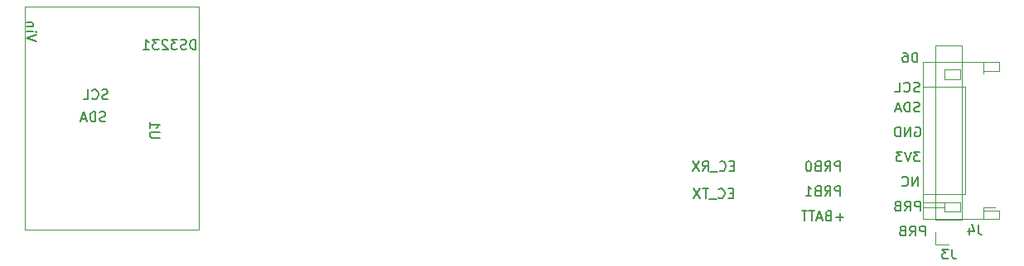
<source format=gbr>
%TF.GenerationSoftware,KiCad,Pcbnew,6.0.0-rc1-unknown-5bf9bd3ebb~144~ubuntu20.04.1*%
%TF.CreationDate,2021-12-20T20:37:33+08:00*%
%TF.ProjectId,kicad-openctd,6b696361-642d-46f7-9065-6e6374642e6b,rev?*%
%TF.SameCoordinates,Original*%
%TF.FileFunction,Legend,Bot*%
%TF.FilePolarity,Positive*%
%FSLAX46Y46*%
G04 Gerber Fmt 4.6, Leading zero omitted, Abs format (unit mm)*
G04 Created by KiCad (PCBNEW 6.0.0-rc1-unknown-5bf9bd3ebb~144~ubuntu20.04.1) date 2021-12-20 20:37:33*
%MOMM*%
%LPD*%
G01*
G04 APERTURE LIST*
%ADD10C,0.150000*%
%ADD11C,0.120000*%
G04 APERTURE END LIST*
D10*
X175688380Y-100250571D02*
X175355047Y-100250571D01*
X175212190Y-100774380D02*
X175688380Y-100774380D01*
X175688380Y-99774380D01*
X175212190Y-99774380D01*
X174212190Y-100679142D02*
X174259809Y-100726761D01*
X174402666Y-100774380D01*
X174497904Y-100774380D01*
X174640761Y-100726761D01*
X174736000Y-100631523D01*
X174783619Y-100536285D01*
X174831238Y-100345809D01*
X174831238Y-100202952D01*
X174783619Y-100012476D01*
X174736000Y-99917238D01*
X174640761Y-99822000D01*
X174497904Y-99774380D01*
X174402666Y-99774380D01*
X174259809Y-99822000D01*
X174212190Y-99869619D01*
X174021714Y-100869619D02*
X173259809Y-100869619D01*
X173164571Y-99774380D02*
X172593142Y-99774380D01*
X172878857Y-100774380D02*
X172878857Y-99774380D01*
X172355047Y-99774380D02*
X171688380Y-100774380D01*
X171688380Y-99774380D02*
X172355047Y-100774380D01*
X111546285Y-92868761D02*
X111403428Y-92916380D01*
X111165333Y-92916380D01*
X111070095Y-92868761D01*
X111022476Y-92821142D01*
X110974857Y-92725904D01*
X110974857Y-92630666D01*
X111022476Y-92535428D01*
X111070095Y-92487809D01*
X111165333Y-92440190D01*
X111355809Y-92392571D01*
X111451047Y-92344952D01*
X111498666Y-92297333D01*
X111546285Y-92202095D01*
X111546285Y-92106857D01*
X111498666Y-92011619D01*
X111451047Y-91964000D01*
X111355809Y-91916380D01*
X111117714Y-91916380D01*
X110974857Y-91964000D01*
X110546285Y-92916380D02*
X110546285Y-91916380D01*
X110308190Y-91916380D01*
X110165333Y-91964000D01*
X110070095Y-92059238D01*
X110022476Y-92154476D01*
X109974857Y-92344952D01*
X109974857Y-92487809D01*
X110022476Y-92678285D01*
X110070095Y-92773523D01*
X110165333Y-92868761D01*
X110308190Y-92916380D01*
X110546285Y-92916380D01*
X109593904Y-92630666D02*
X109117714Y-92630666D01*
X109689142Y-92916380D02*
X109355809Y-91916380D01*
X109022476Y-92916380D01*
X194809904Y-102076380D02*
X194809904Y-101076380D01*
X194428952Y-101076380D01*
X194333714Y-101124000D01*
X194286095Y-101171619D01*
X194238476Y-101266857D01*
X194238476Y-101409714D01*
X194286095Y-101504952D01*
X194333714Y-101552571D01*
X194428952Y-101600190D01*
X194809904Y-101600190D01*
X193238476Y-102076380D02*
X193571809Y-101600190D01*
X193809904Y-102076380D02*
X193809904Y-101076380D01*
X193428952Y-101076380D01*
X193333714Y-101124000D01*
X193286095Y-101171619D01*
X193238476Y-101266857D01*
X193238476Y-101409714D01*
X193286095Y-101504952D01*
X193333714Y-101552571D01*
X193428952Y-101600190D01*
X193809904Y-101600190D01*
X192476571Y-101552571D02*
X192333714Y-101600190D01*
X192286095Y-101647809D01*
X192238476Y-101743047D01*
X192238476Y-101885904D01*
X192286095Y-101981142D01*
X192333714Y-102028761D01*
X192428952Y-102076380D01*
X192809904Y-102076380D01*
X192809904Y-101076380D01*
X192476571Y-101076380D01*
X192381333Y-101124000D01*
X192333714Y-101171619D01*
X192286095Y-101266857D01*
X192286095Y-101362095D01*
X192333714Y-101457333D01*
X192381333Y-101504952D01*
X192476571Y-101552571D01*
X192809904Y-101552571D01*
X194786095Y-95996380D02*
X194167047Y-95996380D01*
X194500380Y-96377333D01*
X194357523Y-96377333D01*
X194262285Y-96424952D01*
X194214666Y-96472571D01*
X194167047Y-96567809D01*
X194167047Y-96805904D01*
X194214666Y-96901142D01*
X194262285Y-96948761D01*
X194357523Y-96996380D01*
X194643238Y-96996380D01*
X194738476Y-96948761D01*
X194786095Y-96901142D01*
X193881333Y-95996380D02*
X193548000Y-96996380D01*
X193214666Y-95996380D01*
X192976571Y-95996380D02*
X192357523Y-95996380D01*
X192690857Y-96377333D01*
X192548000Y-96377333D01*
X192452761Y-96424952D01*
X192405142Y-96472571D01*
X192357523Y-96567809D01*
X192357523Y-96805904D01*
X192405142Y-96901142D01*
X192452761Y-96948761D01*
X192548000Y-96996380D01*
X192833714Y-96996380D01*
X192928952Y-96948761D01*
X192976571Y-96901142D01*
X175807428Y-97456571D02*
X175474095Y-97456571D01*
X175331238Y-97980380D02*
X175807428Y-97980380D01*
X175807428Y-96980380D01*
X175331238Y-96980380D01*
X174331238Y-97885142D02*
X174378857Y-97932761D01*
X174521714Y-97980380D01*
X174616952Y-97980380D01*
X174759809Y-97932761D01*
X174855047Y-97837523D01*
X174902666Y-97742285D01*
X174950285Y-97551809D01*
X174950285Y-97408952D01*
X174902666Y-97218476D01*
X174855047Y-97123238D01*
X174759809Y-97028000D01*
X174616952Y-96980380D01*
X174521714Y-96980380D01*
X174378857Y-97028000D01*
X174331238Y-97075619D01*
X174140761Y-98075619D02*
X173378857Y-98075619D01*
X172569333Y-97980380D02*
X172902666Y-97504190D01*
X173140761Y-97980380D02*
X173140761Y-96980380D01*
X172759809Y-96980380D01*
X172664571Y-97028000D01*
X172616952Y-97075619D01*
X172569333Y-97170857D01*
X172569333Y-97313714D01*
X172616952Y-97408952D01*
X172664571Y-97456571D01*
X172759809Y-97504190D01*
X173140761Y-97504190D01*
X172236000Y-96980380D02*
X171569333Y-97980380D01*
X171569333Y-96980380D02*
X172236000Y-97980380D01*
X194762285Y-91868761D02*
X194619428Y-91916380D01*
X194381333Y-91916380D01*
X194286095Y-91868761D01*
X194238476Y-91821142D01*
X194190857Y-91725904D01*
X194190857Y-91630666D01*
X194238476Y-91535428D01*
X194286095Y-91487809D01*
X194381333Y-91440190D01*
X194571809Y-91392571D01*
X194667047Y-91344952D01*
X194714666Y-91297333D01*
X194762285Y-91202095D01*
X194762285Y-91106857D01*
X194714666Y-91011619D01*
X194667047Y-90964000D01*
X194571809Y-90916380D01*
X194333714Y-90916380D01*
X194190857Y-90964000D01*
X193762285Y-91916380D02*
X193762285Y-90916380D01*
X193524190Y-90916380D01*
X193381333Y-90964000D01*
X193286095Y-91059238D01*
X193238476Y-91154476D01*
X193190857Y-91344952D01*
X193190857Y-91487809D01*
X193238476Y-91678285D01*
X193286095Y-91773523D01*
X193381333Y-91868761D01*
X193524190Y-91916380D01*
X193762285Y-91916380D01*
X192809904Y-91630666D02*
X192333714Y-91630666D01*
X192905142Y-91916380D02*
X192571809Y-90916380D01*
X192238476Y-91916380D01*
X194309904Y-93504000D02*
X194405142Y-93456380D01*
X194548000Y-93456380D01*
X194690857Y-93504000D01*
X194786095Y-93599238D01*
X194833714Y-93694476D01*
X194881333Y-93884952D01*
X194881333Y-94027809D01*
X194833714Y-94218285D01*
X194786095Y-94313523D01*
X194690857Y-94408761D01*
X194548000Y-94456380D01*
X194452761Y-94456380D01*
X194309904Y-94408761D01*
X194262285Y-94361142D01*
X194262285Y-94027809D01*
X194452761Y-94027809D01*
X193833714Y-94456380D02*
X193833714Y-93456380D01*
X193262285Y-94456380D01*
X193262285Y-93456380D01*
X192786095Y-94456380D02*
X192786095Y-93456380D01*
X192548000Y-93456380D01*
X192405142Y-93504000D01*
X192309904Y-93599238D01*
X192262285Y-93694476D01*
X192214666Y-93884952D01*
X192214666Y-94027809D01*
X192262285Y-94218285D01*
X192309904Y-94313523D01*
X192405142Y-94408761D01*
X192548000Y-94456380D01*
X192786095Y-94456380D01*
X194540095Y-86836380D02*
X194540095Y-85836380D01*
X194302000Y-85836380D01*
X194159142Y-85884000D01*
X194063904Y-85979238D01*
X194016285Y-86074476D01*
X193968666Y-86264952D01*
X193968666Y-86407809D01*
X194016285Y-86598285D01*
X194063904Y-86693523D01*
X194159142Y-86788761D01*
X194302000Y-86836380D01*
X194540095Y-86836380D01*
X193111523Y-85836380D02*
X193302000Y-85836380D01*
X193397238Y-85884000D01*
X193444857Y-85931619D01*
X193540095Y-86074476D01*
X193587714Y-86264952D01*
X193587714Y-86645904D01*
X193540095Y-86741142D01*
X193492476Y-86788761D01*
X193397238Y-86836380D01*
X193206761Y-86836380D01*
X193111523Y-86788761D01*
X193063904Y-86741142D01*
X193016285Y-86645904D01*
X193016285Y-86407809D01*
X193063904Y-86312571D01*
X193111523Y-86264952D01*
X193206761Y-86217333D01*
X193397238Y-86217333D01*
X193492476Y-86264952D01*
X193540095Y-86312571D01*
X193587714Y-86407809D01*
X186650095Y-97980380D02*
X186650095Y-96980380D01*
X186269142Y-96980380D01*
X186173904Y-97028000D01*
X186126285Y-97075619D01*
X186078666Y-97170857D01*
X186078666Y-97313714D01*
X186126285Y-97408952D01*
X186173904Y-97456571D01*
X186269142Y-97504190D01*
X186650095Y-97504190D01*
X185078666Y-97980380D02*
X185412000Y-97504190D01*
X185650095Y-97980380D02*
X185650095Y-96980380D01*
X185269142Y-96980380D01*
X185173904Y-97028000D01*
X185126285Y-97075619D01*
X185078666Y-97170857D01*
X185078666Y-97313714D01*
X185126285Y-97408952D01*
X185173904Y-97456571D01*
X185269142Y-97504190D01*
X185650095Y-97504190D01*
X184316761Y-97456571D02*
X184173904Y-97504190D01*
X184126285Y-97551809D01*
X184078666Y-97647047D01*
X184078666Y-97789904D01*
X184126285Y-97885142D01*
X184173904Y-97932761D01*
X184269142Y-97980380D01*
X184650095Y-97980380D01*
X184650095Y-96980380D01*
X184316761Y-96980380D01*
X184221523Y-97028000D01*
X184173904Y-97075619D01*
X184126285Y-97170857D01*
X184126285Y-97266095D01*
X184173904Y-97361333D01*
X184221523Y-97408952D01*
X184316761Y-97456571D01*
X184650095Y-97456571D01*
X183459619Y-96980380D02*
X183364380Y-96980380D01*
X183269142Y-97028000D01*
X183221523Y-97075619D01*
X183173904Y-97170857D01*
X183126285Y-97361333D01*
X183126285Y-97599428D01*
X183173904Y-97789904D01*
X183221523Y-97885142D01*
X183269142Y-97932761D01*
X183364380Y-97980380D01*
X183459619Y-97980380D01*
X183554857Y-97932761D01*
X183602476Y-97885142D01*
X183650095Y-97789904D01*
X183697714Y-97599428D01*
X183697714Y-97361333D01*
X183650095Y-97170857D01*
X183602476Y-97075619D01*
X183554857Y-97028000D01*
X183459619Y-96980380D01*
X195317904Y-104616380D02*
X195317904Y-103616380D01*
X194936952Y-103616380D01*
X194841714Y-103664000D01*
X194794095Y-103711619D01*
X194746476Y-103806857D01*
X194746476Y-103949714D01*
X194794095Y-104044952D01*
X194841714Y-104092571D01*
X194936952Y-104140190D01*
X195317904Y-104140190D01*
X193746476Y-104616380D02*
X194079809Y-104140190D01*
X194317904Y-104616380D02*
X194317904Y-103616380D01*
X193936952Y-103616380D01*
X193841714Y-103664000D01*
X193794095Y-103711619D01*
X193746476Y-103806857D01*
X193746476Y-103949714D01*
X193794095Y-104044952D01*
X193841714Y-104092571D01*
X193936952Y-104140190D01*
X194317904Y-104140190D01*
X192984571Y-104092571D02*
X192841714Y-104140190D01*
X192794095Y-104187809D01*
X192746476Y-104283047D01*
X192746476Y-104425904D01*
X192794095Y-104521142D01*
X192841714Y-104568761D01*
X192936952Y-104616380D01*
X193317904Y-104616380D01*
X193317904Y-103616380D01*
X192984571Y-103616380D01*
X192889333Y-103664000D01*
X192841714Y-103711619D01*
X192794095Y-103806857D01*
X192794095Y-103902095D01*
X192841714Y-103997333D01*
X192889333Y-104044952D01*
X192984571Y-104092571D01*
X193317904Y-104092571D01*
X194738476Y-89836761D02*
X194595619Y-89884380D01*
X194357523Y-89884380D01*
X194262285Y-89836761D01*
X194214666Y-89789142D01*
X194167047Y-89693904D01*
X194167047Y-89598666D01*
X194214666Y-89503428D01*
X194262285Y-89455809D01*
X194357523Y-89408190D01*
X194548000Y-89360571D01*
X194643238Y-89312952D01*
X194690857Y-89265333D01*
X194738476Y-89170095D01*
X194738476Y-89074857D01*
X194690857Y-88979619D01*
X194643238Y-88932000D01*
X194548000Y-88884380D01*
X194309904Y-88884380D01*
X194167047Y-88932000D01*
X193167047Y-89789142D02*
X193214666Y-89836761D01*
X193357523Y-89884380D01*
X193452761Y-89884380D01*
X193595619Y-89836761D01*
X193690857Y-89741523D01*
X193738476Y-89646285D01*
X193786095Y-89455809D01*
X193786095Y-89312952D01*
X193738476Y-89122476D01*
X193690857Y-89027238D01*
X193595619Y-88932000D01*
X193452761Y-88884380D01*
X193357523Y-88884380D01*
X193214666Y-88932000D01*
X193167047Y-88979619D01*
X192262285Y-89884380D02*
X192738476Y-89884380D01*
X192738476Y-88884380D01*
X186650095Y-100520380D02*
X186650095Y-99520380D01*
X186269142Y-99520380D01*
X186173904Y-99568000D01*
X186126285Y-99615619D01*
X186078666Y-99710857D01*
X186078666Y-99853714D01*
X186126285Y-99948952D01*
X186173904Y-99996571D01*
X186269142Y-100044190D01*
X186650095Y-100044190D01*
X185078666Y-100520380D02*
X185412000Y-100044190D01*
X185650095Y-100520380D02*
X185650095Y-99520380D01*
X185269142Y-99520380D01*
X185173904Y-99568000D01*
X185126285Y-99615619D01*
X185078666Y-99710857D01*
X185078666Y-99853714D01*
X185126285Y-99948952D01*
X185173904Y-99996571D01*
X185269142Y-100044190D01*
X185650095Y-100044190D01*
X184316761Y-99996571D02*
X184173904Y-100044190D01*
X184126285Y-100091809D01*
X184078666Y-100187047D01*
X184078666Y-100329904D01*
X184126285Y-100425142D01*
X184173904Y-100472761D01*
X184269142Y-100520380D01*
X184650095Y-100520380D01*
X184650095Y-99520380D01*
X184316761Y-99520380D01*
X184221523Y-99568000D01*
X184173904Y-99615619D01*
X184126285Y-99710857D01*
X184126285Y-99806095D01*
X184173904Y-99901333D01*
X184221523Y-99948952D01*
X184316761Y-99996571D01*
X184650095Y-99996571D01*
X183126285Y-100520380D02*
X183697714Y-100520380D01*
X183412000Y-100520380D02*
X183412000Y-99520380D01*
X183507238Y-99663238D01*
X183602476Y-99758476D01*
X183697714Y-99806095D01*
X186983428Y-102679428D02*
X186221523Y-102679428D01*
X186602476Y-103060380D02*
X186602476Y-102298476D01*
X185412000Y-102536571D02*
X185269142Y-102584190D01*
X185221523Y-102631809D01*
X185173904Y-102727047D01*
X185173904Y-102869904D01*
X185221523Y-102965142D01*
X185269142Y-103012761D01*
X185364380Y-103060380D01*
X185745333Y-103060380D01*
X185745333Y-102060380D01*
X185412000Y-102060380D01*
X185316761Y-102108000D01*
X185269142Y-102155619D01*
X185221523Y-102250857D01*
X185221523Y-102346095D01*
X185269142Y-102441333D01*
X185316761Y-102488952D01*
X185412000Y-102536571D01*
X185745333Y-102536571D01*
X184792952Y-102774666D02*
X184316761Y-102774666D01*
X184888190Y-103060380D02*
X184554857Y-102060380D01*
X184221523Y-103060380D01*
X184031047Y-102060380D02*
X183459619Y-102060380D01*
X183745333Y-103060380D02*
X183745333Y-102060380D01*
X183269142Y-102060380D02*
X182697714Y-102060380D01*
X182983428Y-103060380D02*
X182983428Y-102060380D01*
X194587714Y-99536380D02*
X194587714Y-98536380D01*
X194016285Y-99536380D01*
X194016285Y-98536380D01*
X192968666Y-99441142D02*
X193016285Y-99488761D01*
X193159142Y-99536380D01*
X193254380Y-99536380D01*
X193397238Y-99488761D01*
X193492476Y-99393523D01*
X193540095Y-99298285D01*
X193587714Y-99107809D01*
X193587714Y-98964952D01*
X193540095Y-98774476D01*
X193492476Y-98679238D01*
X193397238Y-98584000D01*
X193254380Y-98536380D01*
X193159142Y-98536380D01*
X193016285Y-98584000D01*
X192968666Y-98631619D01*
X120768857Y-85500380D02*
X120768857Y-84500380D01*
X120530761Y-84500380D01*
X120387904Y-84548000D01*
X120292666Y-84643238D01*
X120245047Y-84738476D01*
X120197428Y-84928952D01*
X120197428Y-85071809D01*
X120245047Y-85262285D01*
X120292666Y-85357523D01*
X120387904Y-85452761D01*
X120530761Y-85500380D01*
X120768857Y-85500380D01*
X119816476Y-85452761D02*
X119673619Y-85500380D01*
X119435523Y-85500380D01*
X119340285Y-85452761D01*
X119292666Y-85405142D01*
X119245047Y-85309904D01*
X119245047Y-85214666D01*
X119292666Y-85119428D01*
X119340285Y-85071809D01*
X119435523Y-85024190D01*
X119626000Y-84976571D01*
X119721238Y-84928952D01*
X119768857Y-84881333D01*
X119816476Y-84786095D01*
X119816476Y-84690857D01*
X119768857Y-84595619D01*
X119721238Y-84548000D01*
X119626000Y-84500380D01*
X119387904Y-84500380D01*
X119245047Y-84548000D01*
X118911714Y-84500380D02*
X118292666Y-84500380D01*
X118626000Y-84881333D01*
X118483142Y-84881333D01*
X118387904Y-84928952D01*
X118340285Y-84976571D01*
X118292666Y-85071809D01*
X118292666Y-85309904D01*
X118340285Y-85405142D01*
X118387904Y-85452761D01*
X118483142Y-85500380D01*
X118768857Y-85500380D01*
X118864095Y-85452761D01*
X118911714Y-85405142D01*
X117911714Y-84595619D02*
X117864095Y-84548000D01*
X117768857Y-84500380D01*
X117530761Y-84500380D01*
X117435523Y-84548000D01*
X117387904Y-84595619D01*
X117340285Y-84690857D01*
X117340285Y-84786095D01*
X117387904Y-84928952D01*
X117959333Y-85500380D01*
X117340285Y-85500380D01*
X117006952Y-84500380D02*
X116387904Y-84500380D01*
X116721238Y-84881333D01*
X116578380Y-84881333D01*
X116483142Y-84928952D01*
X116435523Y-84976571D01*
X116387904Y-85071809D01*
X116387904Y-85309904D01*
X116435523Y-85405142D01*
X116483142Y-85452761D01*
X116578380Y-85500380D01*
X116864095Y-85500380D01*
X116959333Y-85452761D01*
X117006952Y-85405142D01*
X115435523Y-85500380D02*
X116006952Y-85500380D01*
X115721238Y-85500380D02*
X115721238Y-84500380D01*
X115816476Y-84643238D01*
X115911714Y-84738476D01*
X116006952Y-84786095D01*
X111772476Y-90578761D02*
X111629619Y-90626380D01*
X111391523Y-90626380D01*
X111296285Y-90578761D01*
X111248666Y-90531142D01*
X111201047Y-90435904D01*
X111201047Y-90340666D01*
X111248666Y-90245428D01*
X111296285Y-90197809D01*
X111391523Y-90150190D01*
X111582000Y-90102571D01*
X111677238Y-90054952D01*
X111724857Y-90007333D01*
X111772476Y-89912095D01*
X111772476Y-89816857D01*
X111724857Y-89721619D01*
X111677238Y-89674000D01*
X111582000Y-89626380D01*
X111343904Y-89626380D01*
X111201047Y-89674000D01*
X110201047Y-90531142D02*
X110248666Y-90578761D01*
X110391523Y-90626380D01*
X110486761Y-90626380D01*
X110629619Y-90578761D01*
X110724857Y-90483523D01*
X110772476Y-90388285D01*
X110820095Y-90197809D01*
X110820095Y-90054952D01*
X110772476Y-89864476D01*
X110724857Y-89769238D01*
X110629619Y-89674000D01*
X110486761Y-89626380D01*
X110391523Y-89626380D01*
X110248666Y-89674000D01*
X110201047Y-89721619D01*
X109296285Y-90626380D02*
X109772476Y-90626380D01*
X109772476Y-89626380D01*
%TO.C,U1*%
X117082619Y-94546904D02*
X116273095Y-94546904D01*
X116177857Y-94499285D01*
X116130238Y-94451666D01*
X116082619Y-94356428D01*
X116082619Y-94165952D01*
X116130238Y-94070714D01*
X116177857Y-94023095D01*
X116273095Y-93975476D01*
X117082619Y-93975476D01*
X116082619Y-92975476D02*
X116082619Y-93546904D01*
X116082619Y-93261190D02*
X117082619Y-93261190D01*
X116939761Y-93356428D01*
X116844523Y-93451666D01*
X116796904Y-93546904D01*
X104517619Y-84668809D02*
X103517619Y-84335476D01*
X104517619Y-84002142D01*
X103517619Y-83668809D02*
X104184285Y-83668809D01*
X104517619Y-83668809D02*
X104470000Y-83716428D01*
X104422380Y-83668809D01*
X104470000Y-83621190D01*
X104517619Y-83668809D01*
X104422380Y-83668809D01*
X104184285Y-83192619D02*
X103517619Y-83192619D01*
X104089047Y-83192619D02*
X104136666Y-83145000D01*
X104184285Y-83049761D01*
X104184285Y-82906904D01*
X104136666Y-82811666D01*
X104041428Y-82764047D01*
X103517619Y-82764047D01*
%TO.C,J4*%
X200749333Y-103458380D02*
X200749333Y-104172666D01*
X200796952Y-104315523D01*
X200892190Y-104410761D01*
X201035047Y-104458380D01*
X201130285Y-104458380D01*
X199844571Y-103791714D02*
X199844571Y-104458380D01*
X200082666Y-103410761D02*
X200320761Y-104125047D01*
X199701714Y-104125047D01*
%TO.C,J3*%
X198073333Y-105982380D02*
X198073333Y-106696666D01*
X198120952Y-106839523D01*
X198216190Y-106934761D01*
X198359047Y-106982380D01*
X198454285Y-106982380D01*
X197692380Y-105982380D02*
X197073333Y-105982380D01*
X197406666Y-106363333D01*
X197263809Y-106363333D01*
X197168571Y-106410952D01*
X197120952Y-106458571D01*
X197073333Y-106553809D01*
X197073333Y-106791904D01*
X197120952Y-106887142D01*
X197168571Y-106934761D01*
X197263809Y-106982380D01*
X197549523Y-106982380D01*
X197644761Y-106934761D01*
X197692380Y-106887142D01*
D11*
%TO.C,U1*%
X121115000Y-103965000D02*
X103335000Y-103965000D01*
X103335000Y-103965000D02*
X103335000Y-81105000D01*
X103335000Y-81105000D02*
X121115000Y-81105000D01*
X121115000Y-81105000D02*
X121115000Y-103965000D01*
%TO.C,J4*%
X201282000Y-86802000D02*
X201282000Y-87722000D01*
X202882000Y-102922000D02*
X195062000Y-102922000D01*
X201282000Y-101722000D02*
X201282000Y-102002000D01*
X197322000Y-87562000D02*
X197322000Y-88562000D01*
X195062000Y-86802000D02*
X202882000Y-86802000D01*
X201282000Y-102922000D02*
X201282000Y-102002000D01*
X202882000Y-86802000D02*
X202882000Y-87722000D01*
X197322000Y-88562000D02*
X198922000Y-88562000D01*
X198922000Y-88562000D02*
X198922000Y-87562000D01*
X197322000Y-101162000D02*
X198922000Y-101162000D01*
X198922000Y-101162000D02*
X198922000Y-102162000D01*
X202882000Y-87722000D02*
X201282000Y-87722000D01*
X201282000Y-101722000D02*
X202497000Y-101722000D01*
X199422000Y-100362000D02*
X199422000Y-89362000D01*
X197322000Y-101662000D02*
X195062000Y-101662000D01*
X202882000Y-102002000D02*
X202882000Y-102922000D01*
X201282000Y-87722000D02*
X201282000Y-88002000D01*
X197322000Y-102162000D02*
X197322000Y-101162000D01*
X195062000Y-100362000D02*
X199422000Y-100362000D01*
X195062000Y-102922000D02*
X195062000Y-86802000D01*
X199422000Y-89362000D02*
X195062000Y-89362000D01*
X197322000Y-101162000D02*
X195062000Y-101162000D01*
X201282000Y-102002000D02*
X202882000Y-102002000D01*
X198922000Y-102162000D02*
X197322000Y-102162000D01*
X198922000Y-87562000D02*
X197322000Y-87562000D01*
%TO.C,J3*%
X196410000Y-105530000D02*
X197740000Y-105530000D01*
X196410000Y-102930000D02*
X196410000Y-85090000D01*
X196410000Y-102930000D02*
X199070000Y-102930000D01*
X196410000Y-104200000D02*
X196410000Y-105530000D01*
X196410000Y-85090000D02*
X199070000Y-85090000D01*
X199070000Y-102930000D02*
X199070000Y-85090000D01*
%TD*%
M02*

</source>
